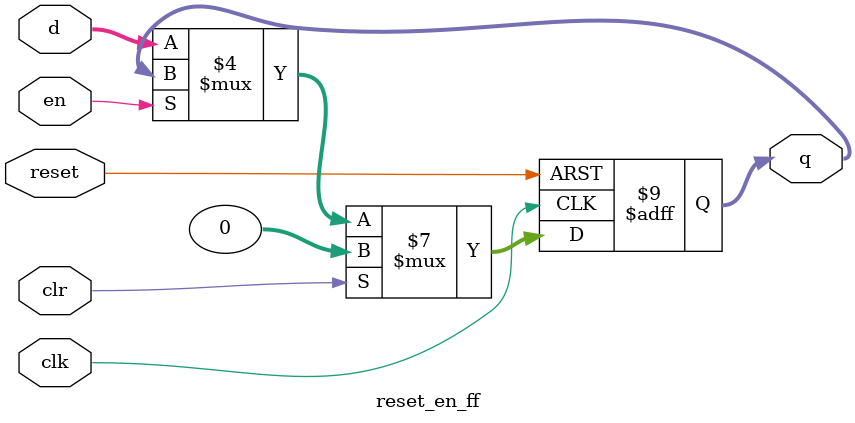
<source format=v>
module reset_en_ff #(
  parameter WIDTH = 32)
(
  input             clk, reset, en, clr,
  input      [WIDTH-1:0] d,
  output reg [WIDTH-1:0] q
);

// enable is actualy stall signal, so if en=1, stall=0 so logic flows through pipeline
// wire enb = !en;

// always @(posedge clk or posedge reset)
//   if (reset)   q <= 32'b0;
//   else if (en) q <= d;

// ff with async global active low reset and enable and clr input
always @(posedge clk or negedge reset)
  if (!reset)    q <= {WIDTH{1'b0}};
  else if (clr)  q <= {WIDTH{1'b0}};
  else if (!en)  q <= d;

endmodule
</source>
